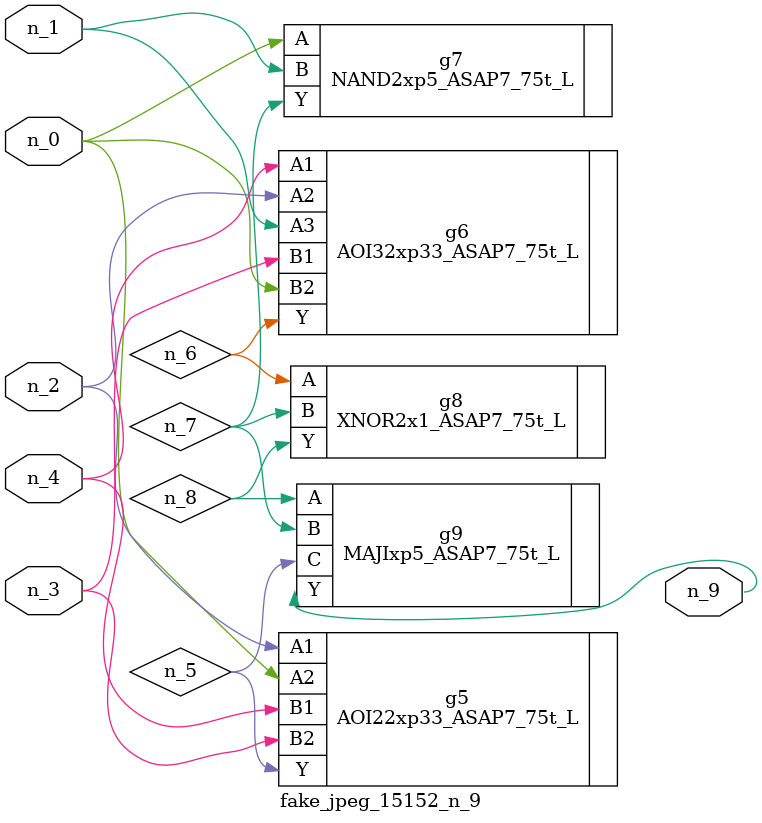
<source format=v>
module fake_jpeg_15152_n_9 (n_3, n_2, n_1, n_0, n_4, n_9);

input n_3;
input n_2;
input n_1;
input n_0;
input n_4;

output n_9;

wire n_8;
wire n_6;
wire n_5;
wire n_7;

AOI22xp33_ASAP7_75t_L g5 ( 
.A1(n_2),
.A2(n_0),
.B1(n_4),
.B2(n_3),
.Y(n_5)
);

AOI32xp33_ASAP7_75t_L g6 ( 
.A1(n_4),
.A2(n_2),
.A3(n_1),
.B1(n_3),
.B2(n_0),
.Y(n_6)
);

NAND2xp5_ASAP7_75t_L g7 ( 
.A(n_0),
.B(n_1),
.Y(n_7)
);

XNOR2x1_ASAP7_75t_L g8 ( 
.A(n_6),
.B(n_7),
.Y(n_8)
);

MAJIxp5_ASAP7_75t_L g9 ( 
.A(n_8),
.B(n_7),
.C(n_5),
.Y(n_9)
);


endmodule
</source>
